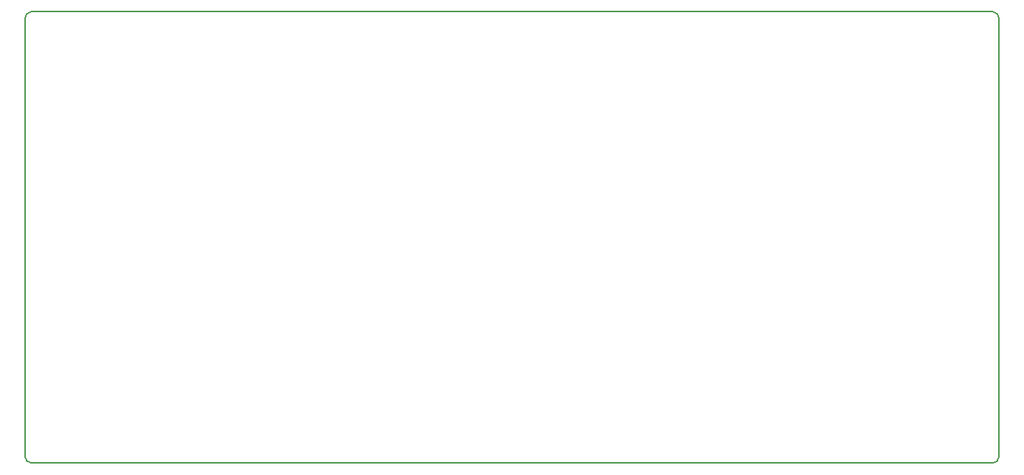
<source format=gbr>
%TF.GenerationSoftware,KiCad,Pcbnew,7.0.9*%
%TF.CreationDate,2023-11-24T14:08:55+01:00*%
%TF.ProjectId,sd-card-shield,73642d63-6172-4642-9d73-6869656c642e,rev?*%
%TF.SameCoordinates,Original*%
%TF.FileFunction,Profile,NP*%
%FSLAX46Y46*%
G04 Gerber Fmt 4.6, Leading zero omitted, Abs format (unit mm)*
G04 Created by KiCad (PCBNEW 7.0.9) date 2023-11-24 14:08:55*
%MOMM*%
%LPD*%
G01*
G04 APERTURE LIST*
%TA.AperFunction,Profile*%
%ADD10C,0.150000*%
%TD*%
G04 APERTURE END LIST*
D10*
X100000000Y-99238000D02*
X100000000Y-47422000D01*
X214238000Y-100000000D02*
G75*
G03*
X215000000Y-99238000I0J762000D01*
G01*
X215000000Y-99238000D02*
X215000000Y-47422000D01*
X214238000Y-100000000D02*
X100762000Y-100000000D01*
X100762000Y-46660000D02*
X214238000Y-46660000D01*
X100000000Y-99238000D02*
G75*
G03*
X100762000Y-100000000I762000J0D01*
G01*
X215000000Y-47422000D02*
G75*
G03*
X214238000Y-46660000I-762000J0D01*
G01*
X100762000Y-46660000D02*
G75*
G03*
X100000000Y-47422000I0J-762000D01*
G01*
M02*

</source>
